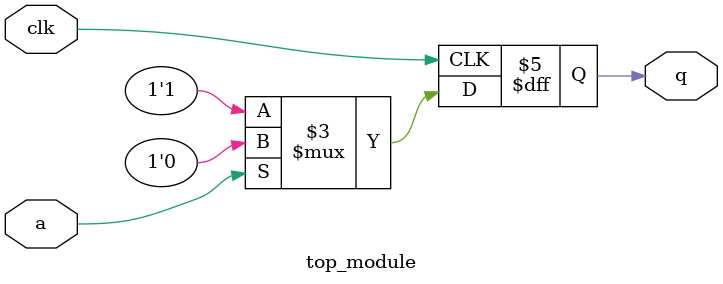
<source format=sv>
module top_module (
    input clk,
    input a, 
    output reg q
);

    always @(posedge clk) begin
        if (a)
            q <= 0;
        else
            q <= 1;
    end

endmodule

</source>
